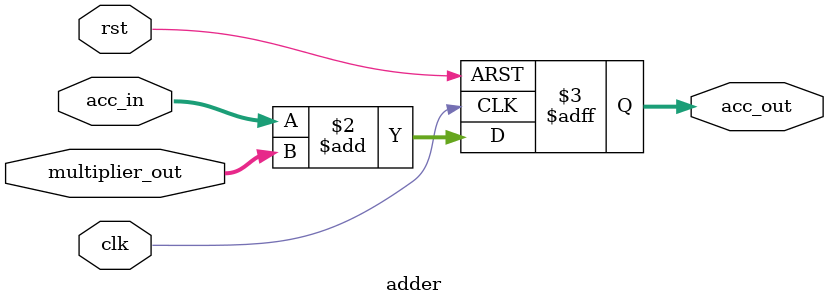
<source format=v>
module adder(
	input wire clk,
	input wire rst,
	input wire [15:0] acc_in,
	input wire [15:0] multiplier_out,
	output reg [15:0] acc_out
);
	always @(posedge clk or posedge rst) begin
		if (rst) begin
			acc_out <= 16'b0;
		end else begin
			acc_out <= acc_in + multiplier_out;
		end
	end
endmodule

</source>
